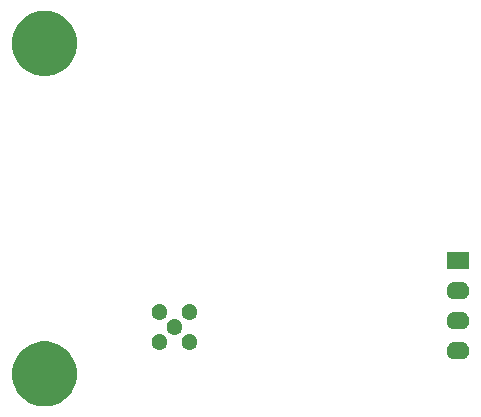
<source format=gbs>
G04 #@! TF.GenerationSoftware,KiCad,Pcbnew,(5.1.5-0)*
G04 #@! TF.CreationDate,2022-05-12T16:28:49-06:00*
G04 #@! TF.ProjectId,uart_mux,75617274-5f6d-4757-982e-6b696361645f,rev?*
G04 #@! TF.SameCoordinates,Original*
G04 #@! TF.FileFunction,Soldermask,Bot*
G04 #@! TF.FilePolarity,Negative*
%FSLAX46Y46*%
G04 Gerber Fmt 4.6, Leading zero omitted, Abs format (unit mm)*
G04 Created by KiCad (PCBNEW (5.1.5-0)) date 2022-05-12 16:28:49*
%MOMM*%
%LPD*%
G04 APERTURE LIST*
%ADD10C,0.100000*%
G04 APERTURE END LIST*
D10*
G36*
X103536693Y-88301859D02*
G01*
X103802437Y-88354719D01*
X104303087Y-88562095D01*
X104483561Y-88682684D01*
X104753660Y-88863158D01*
X105136842Y-89246340D01*
X105178568Y-89308788D01*
X105437905Y-89696913D01*
X105645281Y-90197563D01*
X105751000Y-90729050D01*
X105751000Y-91270950D01*
X105645281Y-91802437D01*
X105437905Y-92303087D01*
X105317316Y-92483561D01*
X105136842Y-92753660D01*
X104753660Y-93136842D01*
X104483561Y-93317316D01*
X104303087Y-93437905D01*
X103802437Y-93645281D01*
X103536694Y-93698140D01*
X103270951Y-93751000D01*
X102729049Y-93751000D01*
X102463306Y-93698140D01*
X102197563Y-93645281D01*
X101696913Y-93437905D01*
X101516439Y-93317316D01*
X101246340Y-93136842D01*
X100863158Y-92753660D01*
X100682684Y-92483561D01*
X100562095Y-92303087D01*
X100354719Y-91802437D01*
X100249000Y-91270950D01*
X100249000Y-90729050D01*
X100354719Y-90197563D01*
X100562095Y-89696913D01*
X100821432Y-89308788D01*
X100863158Y-89246340D01*
X101246340Y-88863158D01*
X101516439Y-88682684D01*
X101696913Y-88562095D01*
X102197563Y-88354719D01*
X102463306Y-88301860D01*
X102729049Y-88249000D01*
X103270951Y-88249000D01*
X103536693Y-88301859D01*
G37*
G36*
X138273665Y-88272622D02*
G01*
X138347222Y-88279867D01*
X138488786Y-88322810D01*
X138619252Y-88392546D01*
X138649040Y-88416992D01*
X138733607Y-88486393D01*
X138795732Y-88562095D01*
X138827454Y-88600748D01*
X138897190Y-88731214D01*
X138940133Y-88872778D01*
X138954633Y-89020000D01*
X138940133Y-89167222D01*
X138897190Y-89308786D01*
X138827454Y-89439252D01*
X138803008Y-89469040D01*
X138733607Y-89553607D01*
X138649040Y-89623008D01*
X138619252Y-89647454D01*
X138619250Y-89647455D01*
X138526720Y-89696914D01*
X138488786Y-89717190D01*
X138347222Y-89760133D01*
X138273665Y-89767378D01*
X138236888Y-89771000D01*
X137763112Y-89771000D01*
X137726335Y-89767378D01*
X137652778Y-89760133D01*
X137511214Y-89717190D01*
X137473281Y-89696914D01*
X137380750Y-89647455D01*
X137380748Y-89647454D01*
X137350960Y-89623008D01*
X137266393Y-89553607D01*
X137196992Y-89469040D01*
X137172546Y-89439252D01*
X137102810Y-89308786D01*
X137059867Y-89167222D01*
X137045367Y-89020000D01*
X137059867Y-88872778D01*
X137102810Y-88731214D01*
X137172546Y-88600748D01*
X137204268Y-88562095D01*
X137266393Y-88486393D01*
X137350960Y-88416992D01*
X137380748Y-88392546D01*
X137511214Y-88322810D01*
X137652778Y-88279867D01*
X137726335Y-88272622D01*
X137763112Y-88269000D01*
X138236888Y-88269000D01*
X138273665Y-88272622D01*
G37*
G36*
X115379300Y-87607595D02*
G01*
X115465724Y-87624786D01*
X115587838Y-87675367D01*
X115697738Y-87748800D01*
X115791200Y-87842262D01*
X115864633Y-87952162D01*
X115915214Y-88074276D01*
X115941000Y-88203912D01*
X115941000Y-88336088D01*
X115915214Y-88465724D01*
X115864633Y-88587838D01*
X115791200Y-88697738D01*
X115697738Y-88791200D01*
X115587838Y-88864633D01*
X115465724Y-88915214D01*
X115379300Y-88932405D01*
X115336089Y-88941000D01*
X115203911Y-88941000D01*
X115160700Y-88932405D01*
X115074276Y-88915214D01*
X114952162Y-88864633D01*
X114842262Y-88791200D01*
X114748800Y-88697738D01*
X114675367Y-88587838D01*
X114624786Y-88465724D01*
X114599000Y-88336088D01*
X114599000Y-88203912D01*
X114624786Y-88074276D01*
X114675367Y-87952162D01*
X114748800Y-87842262D01*
X114842262Y-87748800D01*
X114952162Y-87675367D01*
X115074276Y-87624786D01*
X115160700Y-87607595D01*
X115203911Y-87599000D01*
X115336089Y-87599000D01*
X115379300Y-87607595D01*
G37*
G36*
X112839300Y-87607595D02*
G01*
X112925724Y-87624786D01*
X113047838Y-87675367D01*
X113157738Y-87748800D01*
X113251200Y-87842262D01*
X113324633Y-87952162D01*
X113375214Y-88074276D01*
X113401000Y-88203912D01*
X113401000Y-88336088D01*
X113375214Y-88465724D01*
X113324633Y-88587838D01*
X113251200Y-88697738D01*
X113157738Y-88791200D01*
X113047838Y-88864633D01*
X112925724Y-88915214D01*
X112839300Y-88932405D01*
X112796089Y-88941000D01*
X112663911Y-88941000D01*
X112620700Y-88932405D01*
X112534276Y-88915214D01*
X112412162Y-88864633D01*
X112302262Y-88791200D01*
X112208800Y-88697738D01*
X112135367Y-88587838D01*
X112084786Y-88465724D01*
X112059000Y-88336088D01*
X112059000Y-88203912D01*
X112084786Y-88074276D01*
X112135367Y-87952162D01*
X112208800Y-87842262D01*
X112302262Y-87748800D01*
X112412162Y-87675367D01*
X112534276Y-87624786D01*
X112620700Y-87607595D01*
X112663911Y-87599000D01*
X112796089Y-87599000D01*
X112839300Y-87607595D01*
G37*
G36*
X114109300Y-86337595D02*
G01*
X114195724Y-86354786D01*
X114317838Y-86405367D01*
X114427738Y-86478800D01*
X114521200Y-86572262D01*
X114594633Y-86682162D01*
X114645214Y-86804276D01*
X114671000Y-86933912D01*
X114671000Y-87066088D01*
X114645214Y-87195724D01*
X114594633Y-87317838D01*
X114521200Y-87427738D01*
X114427738Y-87521200D01*
X114317838Y-87594633D01*
X114195724Y-87645214D01*
X114109300Y-87662405D01*
X114066089Y-87671000D01*
X113933911Y-87671000D01*
X113890700Y-87662405D01*
X113804276Y-87645214D01*
X113682162Y-87594633D01*
X113572262Y-87521200D01*
X113478800Y-87427738D01*
X113405367Y-87317838D01*
X113354786Y-87195724D01*
X113329000Y-87066088D01*
X113329000Y-86933912D01*
X113354786Y-86804276D01*
X113405367Y-86682162D01*
X113478800Y-86572262D01*
X113572262Y-86478800D01*
X113682162Y-86405367D01*
X113804276Y-86354786D01*
X113890700Y-86337595D01*
X113933911Y-86329000D01*
X114066089Y-86329000D01*
X114109300Y-86337595D01*
G37*
G36*
X138273665Y-85732622D02*
G01*
X138347222Y-85739867D01*
X138488786Y-85782810D01*
X138619252Y-85852546D01*
X138649040Y-85876992D01*
X138733607Y-85946393D01*
X138803008Y-86030960D01*
X138827454Y-86060748D01*
X138897190Y-86191214D01*
X138940133Y-86332778D01*
X138954633Y-86480000D01*
X138940133Y-86627222D01*
X138897190Y-86768786D01*
X138827454Y-86899252D01*
X138803008Y-86929040D01*
X138733607Y-87013607D01*
X138649040Y-87083008D01*
X138619252Y-87107454D01*
X138488786Y-87177190D01*
X138347222Y-87220133D01*
X138273665Y-87227378D01*
X138236888Y-87231000D01*
X137763112Y-87231000D01*
X137726335Y-87227378D01*
X137652778Y-87220133D01*
X137511214Y-87177190D01*
X137380748Y-87107454D01*
X137350960Y-87083008D01*
X137266393Y-87013607D01*
X137196992Y-86929040D01*
X137172546Y-86899252D01*
X137102810Y-86768786D01*
X137059867Y-86627222D01*
X137045367Y-86480000D01*
X137059867Y-86332778D01*
X137102810Y-86191214D01*
X137172546Y-86060748D01*
X137196992Y-86030960D01*
X137266393Y-85946393D01*
X137350960Y-85876992D01*
X137380748Y-85852546D01*
X137511214Y-85782810D01*
X137652778Y-85739867D01*
X137726335Y-85732622D01*
X137763112Y-85729000D01*
X138236888Y-85729000D01*
X138273665Y-85732622D01*
G37*
G36*
X115379300Y-85067595D02*
G01*
X115465724Y-85084786D01*
X115587838Y-85135367D01*
X115697738Y-85208800D01*
X115791200Y-85302262D01*
X115864633Y-85412162D01*
X115915214Y-85534276D01*
X115941000Y-85663912D01*
X115941000Y-85796088D01*
X115915214Y-85925724D01*
X115864633Y-86047838D01*
X115791200Y-86157738D01*
X115697738Y-86251200D01*
X115587838Y-86324633D01*
X115465724Y-86375214D01*
X115379300Y-86392405D01*
X115336089Y-86401000D01*
X115203911Y-86401000D01*
X115160700Y-86392405D01*
X115074276Y-86375214D01*
X114952162Y-86324633D01*
X114842262Y-86251200D01*
X114748800Y-86157738D01*
X114675367Y-86047838D01*
X114624786Y-85925724D01*
X114599000Y-85796088D01*
X114599000Y-85663912D01*
X114624786Y-85534276D01*
X114675367Y-85412162D01*
X114748800Y-85302262D01*
X114842262Y-85208800D01*
X114952162Y-85135367D01*
X115074276Y-85084786D01*
X115160700Y-85067595D01*
X115203911Y-85059000D01*
X115336089Y-85059000D01*
X115379300Y-85067595D01*
G37*
G36*
X112839300Y-85067595D02*
G01*
X112925724Y-85084786D01*
X113047838Y-85135367D01*
X113157738Y-85208800D01*
X113251200Y-85302262D01*
X113324633Y-85412162D01*
X113375214Y-85534276D01*
X113401000Y-85663912D01*
X113401000Y-85796088D01*
X113375214Y-85925724D01*
X113324633Y-86047838D01*
X113251200Y-86157738D01*
X113157738Y-86251200D01*
X113047838Y-86324633D01*
X112925724Y-86375214D01*
X112839300Y-86392405D01*
X112796089Y-86401000D01*
X112663911Y-86401000D01*
X112620700Y-86392405D01*
X112534276Y-86375214D01*
X112412162Y-86324633D01*
X112302262Y-86251200D01*
X112208800Y-86157738D01*
X112135367Y-86047838D01*
X112084786Y-85925724D01*
X112059000Y-85796088D01*
X112059000Y-85663912D01*
X112084786Y-85534276D01*
X112135367Y-85412162D01*
X112208800Y-85302262D01*
X112302262Y-85208800D01*
X112412162Y-85135367D01*
X112534276Y-85084786D01*
X112620700Y-85067595D01*
X112663911Y-85059000D01*
X112796089Y-85059000D01*
X112839300Y-85067595D01*
G37*
G36*
X138273665Y-83192622D02*
G01*
X138347222Y-83199867D01*
X138488786Y-83242810D01*
X138619252Y-83312546D01*
X138649040Y-83336992D01*
X138733607Y-83406393D01*
X138803008Y-83490960D01*
X138827454Y-83520748D01*
X138897190Y-83651214D01*
X138940133Y-83792778D01*
X138954633Y-83940000D01*
X138940133Y-84087222D01*
X138897190Y-84228786D01*
X138827454Y-84359252D01*
X138803008Y-84389040D01*
X138733607Y-84473607D01*
X138649040Y-84543008D01*
X138619252Y-84567454D01*
X138488786Y-84637190D01*
X138347222Y-84680133D01*
X138273665Y-84687378D01*
X138236888Y-84691000D01*
X137763112Y-84691000D01*
X137726335Y-84687378D01*
X137652778Y-84680133D01*
X137511214Y-84637190D01*
X137380748Y-84567454D01*
X137350960Y-84543008D01*
X137266393Y-84473607D01*
X137196992Y-84389040D01*
X137172546Y-84359252D01*
X137102810Y-84228786D01*
X137059867Y-84087222D01*
X137045367Y-83940000D01*
X137059867Y-83792778D01*
X137102810Y-83651214D01*
X137172546Y-83520748D01*
X137196992Y-83490960D01*
X137266393Y-83406393D01*
X137350960Y-83336992D01*
X137380748Y-83312546D01*
X137511214Y-83242810D01*
X137652778Y-83199867D01*
X137726335Y-83192622D01*
X137763112Y-83189000D01*
X138236888Y-83189000D01*
X138273665Y-83192622D01*
G37*
G36*
X138951000Y-82151000D02*
G01*
X137049000Y-82151000D01*
X137049000Y-80649000D01*
X138951000Y-80649000D01*
X138951000Y-82151000D01*
G37*
G36*
X103536694Y-60301860D02*
G01*
X103802437Y-60354719D01*
X104303087Y-60562095D01*
X104483561Y-60682684D01*
X104753660Y-60863158D01*
X105136842Y-61246340D01*
X105317316Y-61516439D01*
X105437905Y-61696913D01*
X105645281Y-62197563D01*
X105751000Y-62729050D01*
X105751000Y-63270950D01*
X105645281Y-63802437D01*
X105437905Y-64303087D01*
X105317316Y-64483561D01*
X105136842Y-64753660D01*
X104753660Y-65136842D01*
X104483561Y-65317316D01*
X104303087Y-65437905D01*
X103802437Y-65645281D01*
X103536694Y-65698140D01*
X103270951Y-65751000D01*
X102729049Y-65751000D01*
X102463306Y-65698140D01*
X102197563Y-65645281D01*
X101696913Y-65437905D01*
X101516439Y-65317316D01*
X101246340Y-65136842D01*
X100863158Y-64753660D01*
X100682684Y-64483561D01*
X100562095Y-64303087D01*
X100354719Y-63802437D01*
X100249000Y-63270950D01*
X100249000Y-62729050D01*
X100354719Y-62197563D01*
X100562095Y-61696913D01*
X100682684Y-61516439D01*
X100863158Y-61246340D01*
X101246340Y-60863158D01*
X101516439Y-60682684D01*
X101696913Y-60562095D01*
X102197563Y-60354719D01*
X102463306Y-60301860D01*
X102729049Y-60249000D01*
X103270951Y-60249000D01*
X103536694Y-60301860D01*
G37*
M02*

</source>
